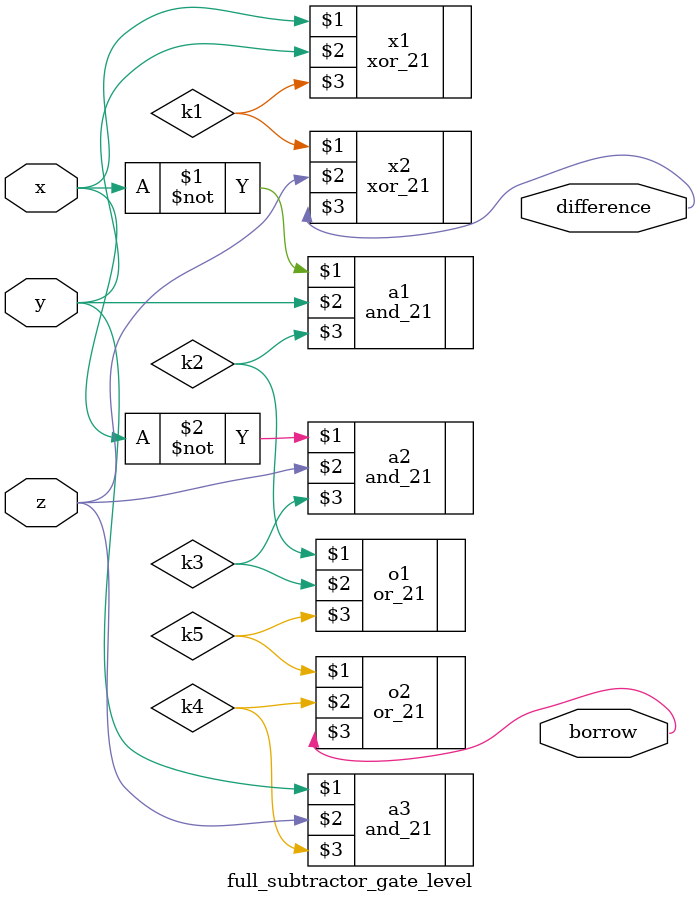
<source format=v>
module full_subtractor_gate_level(
    input x,
    input y,
    input z,
    output difference,
    output borrow
    );
    
    xor_21 x1(x,y,k1);
    xor_21 x2(k1,z,difference);
    
    and_21 a1(~x,y,k2);
    and_21 a2(~x,z,k3);
    and_21 a3(y,z,k4);
    
    or_21 o1(k2,k3,k5);
    or_21 o2(k5,k4,borrow);
    
endmodule

</source>
